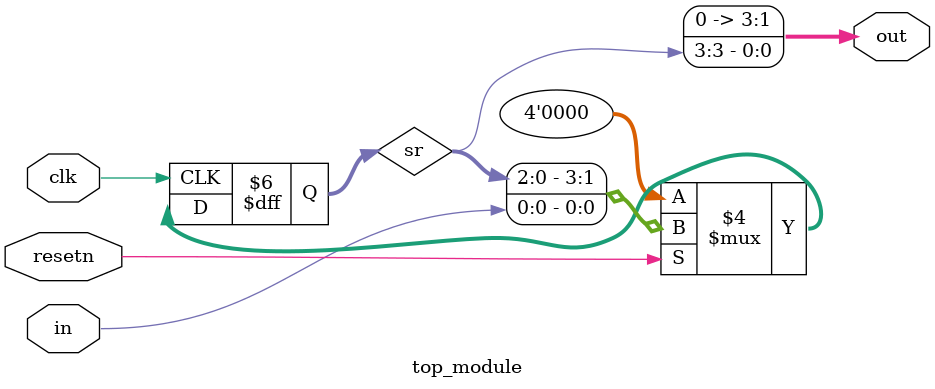
<source format=sv>
module top_module (
    input clk,
    input resetn,
    input in,
    output reg [3:0] out
);

    reg [3:0] sr;

    always @(posedge clk) begin
        if (resetn == 0) begin
            sr <= 4'b0000;
        end else begin
            sr <= {sr[2:0], in};
        end
    end

    assign out = sr[3];

endmodule

</source>
